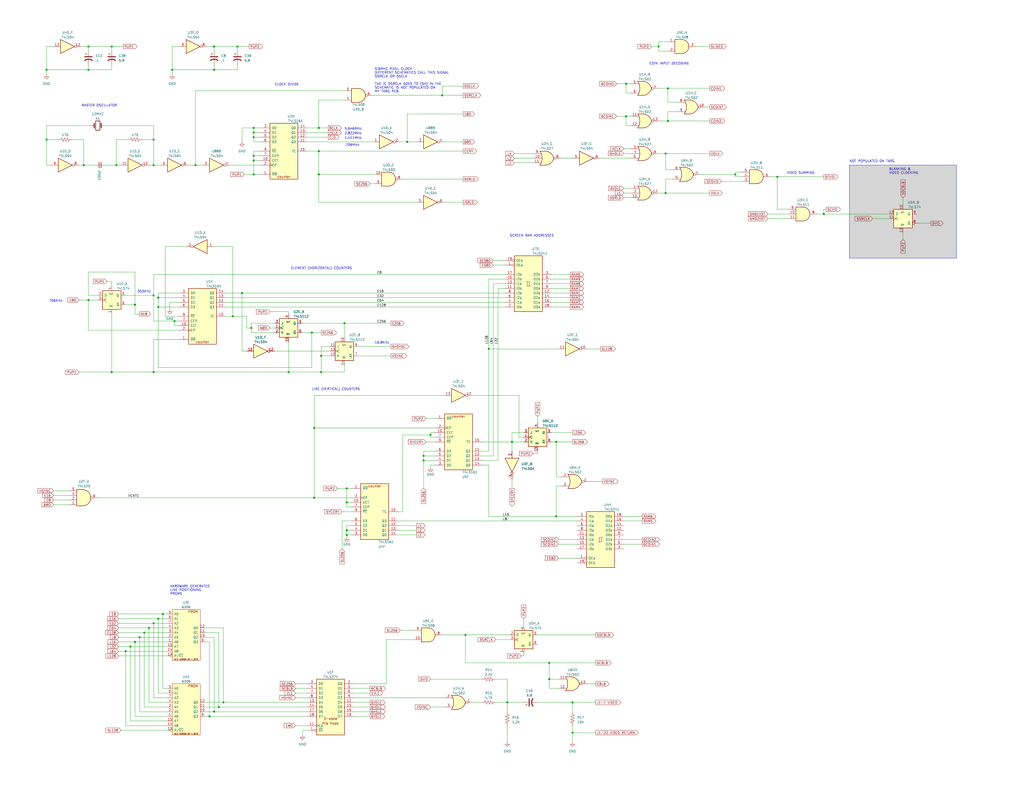
<source format=kicad_sch>
(kicad_sch (version 20231120) (generator "eeschema") (generator_version "8.0")
  (paper "C")
  (title_block (title "Exidy Universal Game Board II") (company "Anton Gale"))
  (junction (at 48.26 163.83))
  (junction (at 138.43 85.09))
  (junction (at 266.7 190.5))
  (junction (at 86.36 337.82))
  (junction (at 173.99 69.85))
  (junction (at 78.74 345.44))
  (junction (at 303.53 241.3))
  (junction (at 81.28 342.9))
  (junction (at 116.84 25.4))
  (junction (at 116.84 388.62))
  (junction (at 170.18 181.61))
  (junction (at 114.3 391.16))
  (junction (at 48.26 38.1))
  (junction (at 132.08 160.02))
  (junction (at 106.68 90.17))
  (junction (at 299.72 361.95))
  (junction (at 175.26 203.2))
  (junction (at 88.9 335.28))
  (junction (at 254 346.71))
  (junction (at 127 172.72))
  (junction (at 137.16 179.07))
  (junction (at 364.49 66.04))
  (junction (at 25.4 38.1))
  (junction (at 341.63 63.5))
  (junction (at 449.58 116.84))
  (junction (at 231.14 248.92))
  (junction (at 359.41 25.4))
  (junction (at 138.43 69.85))
  (junction (at 363.22 105.41))
  (junction (at 299.72 370.84))
  (junction (at 138.43 95.25))
  (junction (at 86.36 162.56))
  (junction (at 95.25 175.26))
  (junction (at 138.43 87.63))
  (junction (at 234.95 237.49))
  (junction (at 25.4 76.2))
  (junction (at 83.82 161.29))
  (junction (at 303.53 281.94))
  (junction (at 86.36 167.64))
  (junction (at 83.82 90.17))
  (junction (at 48.26 25.4))
  (junction (at 71.12 353.06))
  (junction (at 241.3 52.07))
  (junction (at 401.32 95.25))
  (junction (at 157.48 203.2))
  (junction (at 93.98 38.1))
  (junction (at 83.82 340.36))
  (junction (at 341.63 45.72))
  (junction (at 364.49 48.26))
  (junction (at 171.45 233.68))
  (junction (at 68.58 355.6))
  (junction (at 83.82 76.2))
  (junction (at 175.26 194.31))
  (junction (at 60.96 203.2))
  (junction (at 187.96 176.53))
  (junction (at 424.18 96.52))
  (junction (at 189.23 266.7))
  (junction (at 171.45 271.78))
  (junction (at 231.14 251.46))
  (junction (at 60.96 25.4))
  (junction (at 312.42 400.05))
  (junction (at 173.99 82.55))
  (junction (at 189.23 292.1))
  (junction (at 363.22 83.82))
  (junction (at 73.66 350.52))
  (junction (at 312.42 383.54))
  (junction (at 189.23 289.56))
  (junction (at 63.5 90.17))
  (junction (at 222.25 77.47))
  (junction (at 119.38 386.08))
  (junction (at 279.4 241.3))
  (junction (at 45.72 90.17))
  (junction (at 276.86 383.54))
  (junction (at 121.92 383.54))
  (junction (at 138.43 72.39))
  (junction (at 129.54 25.4))
  (junction (at 73.66 166.37))
  (junction (at 116.84 38.1))
  (junction (at 173.99 95.25))
  (junction (at 138.43 74.93))
  (junction (at 83.82 203.2))
  (junction (at 189.23 274.32))
  (junction (at 76.2 347.98))
  (wire (pts (xy 303.53 241.3) (xy 312.42 241.3)))
  (wire (pts (xy 53.34 271.78) (xy 171.45 271.78)))
  (wire (pts (xy 320.04 373.38) (xy 325.12 373.38)))
  (wire (pts (xy 210.82 349.25) (xy 226.06 349.25)))
  (wire (pts (xy 138.43 87.63) (xy 138.43 85.09)))
  (wire (pts (xy 138.43 69.85) (xy 142.24 69.85)))
  (wire (pts (xy 300.99 162.56) (xy 311.15 162.56)))
  (wire (pts (xy 111.76 386.08) (xy 119.38 386.08)))
  (wire (pts (xy 91.44 378.46) (xy 86.36 378.46)))
  (wire (pts (xy 242.57 77.47) (xy 252.73 77.47)))
  (wire (pts (xy 48.26 38.1) (xy 60.96 38.1)))
  (wire (pts (xy 364.49 48.26) (xy 364.49 55.88)))
  (wire (pts (xy 300.99 154.94) (xy 311.15 154.94)))
  (wire (pts (xy 125.73 90.17) (xy 142.24 90.17)))
  (wire (pts (xy 193.04 378.46) (xy 201.93 378.46)))
  (wire (pts (xy 43.18 90.17) (xy 45.72 90.17)))
  (wire (pts (xy 134.62 172.72) (xy 127 172.72)))
  (wire (pts (xy 68.58 166.37) (xy 73.66 166.37)))
  (wire (pts (xy 175.26 189.23) (xy 175.26 194.31)))
  (wire (pts (xy 83.82 76.2) (xy 77.47 76.2)))
  (wire (pts (xy 73.66 350.52) (xy 91.44 350.52)))
  (wire (pts (xy 48.26 148.59) (xy 48.26 161.29)))
  (wire (pts (xy 492.76 130.81) (xy 492.76 127)))
  (wire (pts (xy 83.82 381) (xy 83.82 340.36)))
  (wire (pts (xy 165.1 398.78) (xy 165.1 401.32)))
  (wire (pts (xy 364.49 55.88) (xy 369.57 55.88)))
  (wire (pts (xy 167.64 69.85) (xy 173.99 69.85)))
  (wire (pts (xy 91.44 391.16) (xy 73.66 391.16)))
  (wire (pts (xy 116.84 25.4) (xy 116.84 27.94)))
  (wire (pts (xy 171.45 233.68) (xy 171.45 271.78)))
  (wire (pts (xy 355.6 25.4) (xy 359.41 25.4)))
  (wire (pts (xy 171.45 215.9) (xy 171.45 233.68)))
  (wire (pts (xy 173.99 110.49) (xy 173.99 95.25)))
  (wire (pts (xy 266.7 190.5) (xy 266.7 246.38)))
  (wire (pts (xy 231.14 251.46) (xy 231.14 248.92)))
  (wire (pts (xy 92.71 165.1) (xy 92.71 168.91)))
  (wire (pts (xy 217.17 287.02) (xy 227.33 287.02)))
  (wire (pts (xy 86.36 160.02) (xy 97.79 160.02)))
  (wire (pts (xy 45.72 90.17) (xy 45.72 76.2)))
  (wire (pts (xy 300.99 160.02) (xy 311.15 160.02)))
  (wire (pts (xy 138.43 77.47) (xy 138.43 74.93)))
  (wire (pts (xy 64.77 350.52) (xy 73.66 350.52)))
  (wire (pts (xy 133.35 95.25) (xy 138.43 95.25)))
  (wire (pts (xy 234.95 254) (xy 237.49 254)))
  (wire (pts (xy 359.41 48.26) (xy 364.49 48.26)))
  (wire (pts (xy 114.3 391.16) (xy 167.64 391.16)))
  (wire (pts (xy 111.76 391.16) (xy 114.3 391.16)))
  (wire (pts (xy 341.63 63.5) (xy 336.55 63.5)))
  (wire (pts (xy 88.9 335.28) (xy 91.44 335.28)))
  (wire (pts (xy 379.73 25.4) (xy 387.35 25.4)))
  (wire (pts (xy 64.77 358.14) (xy 91.44 358.14)))
  (wire (pts (xy 91.44 393.7) (xy 71.12 393.7)))
  (wire (pts (xy 64.77 345.44) (xy 78.74 345.44)))
  (wire (pts (xy 195.58 194.31) (xy 213.36 194.31)))
  (wire (pts (xy 83.82 185.42) (xy 97.79 185.42)))
  (wire (pts (xy 290.83 88.9) (xy 280.67 88.9)))
  (wire (pts (xy 242.57 386.08) (xy 234.95 386.08)))
  (wire (pts (xy 123.19 165.1) (xy 275.59 165.1)))
  (wire (pts (xy 86.36 337.82) (xy 91.44 337.82)))
  (wire (pts (xy 132.08 69.85) (xy 138.43 69.85)))
  (wire (pts (xy 210.82 373.38) (xy 210.82 349.25)))
  (wire (pts (xy 138.43 95.25) (xy 138.43 87.63)))
  (wire (pts (xy 363.22 92.71) (xy 363.22 83.82)))
  (wire (pts (xy 186.69 284.48) (xy 191.77 284.48)))
  (wire (pts (xy 299.72 370.84) (xy 304.8 370.84)))
  (wire (pts (xy 93.98 38.1) (xy 93.98 40.64)))
  (wire (pts (xy 187.96 176.53) (xy 187.96 184.15)))
  (wire (pts (xy 359.41 83.82) (xy 363.22 83.82)))
  (wire (pts (xy 344.17 45.72) (xy 341.63 45.72)))
  (wire (pts (xy 173.99 54.61) (xy 173.99 69.85)))
  (wire (pts (xy 445.77 116.84) (xy 449.58 116.84)))
  (wire (pts (xy 271.78 157.48) (xy 271.78 251.46)))
  (wire (pts (xy 91.44 398.78) (xy 66.04 398.78)))
  (wire (pts (xy 189.23 274.32) (xy 189.23 266.7)))
  (wire (pts (xy 340.36 81.28) (xy 344.17 81.28)))
  (wire (pts (xy 266.7 281.94) (xy 266.7 254)))
  (wire (pts (xy 283.21 238.76) (xy 283.21 215.9)))
  (wire (pts (xy 269.24 248.92) (xy 262.89 248.92)))
  (wire (pts (xy 60.96 25.4) (xy 67.31 25.4)))
  (wire (pts (xy 57.15 68.58) (xy 83.82 68.58)))
  (wire (pts (xy 81.28 342.9) (xy 91.44 342.9)))
  (wire (pts (xy 285.75 341.63) (xy 285.75 337.82)))
  (wire (pts (xy 203.2 52.07) (xy 241.3 52.07)))
  (wire (pts (xy 367.03 97.79) (xy 363.22 97.79)))
  (wire (pts (xy 237.49 236.22) (xy 234.95 236.22)))
  (wire (pts (xy 76.2 347.98) (xy 91.44 347.98)))
  (wire (pts (xy 430.53 119.38) (xy 419.1 119.38)))
  (wire (pts (xy 232.41 228.6) (xy 237.49 228.6)))
  (wire (pts (xy 25.4 38.1) (xy 48.26 38.1)))
  (wire (pts (xy 276.86 370.84) (xy 270.51 370.84)))
  (wire (pts (xy 90.17 134.62) (xy 101.6 134.62)))
  (wire (pts (xy 285.75 356.87) (xy 285.75 358.14)))
  (wire (pts (xy 142.24 95.25) (xy 138.43 95.25)))
  (wire (pts (xy 167.64 375.92) (xy 161.29 375.92)))
  (wire (pts (xy 167.64 82.55) (xy 173.99 82.55)))
  (wire (pts (xy 424.18 96.52) (xy 449.58 96.52)))
  (wire (pts (xy 312.42 388.62) (xy 312.42 383.54)))
  (wire (pts (xy 116.84 347.98) (xy 116.84 388.62)))
  (wire (pts (xy 254 361.95) (xy 299.72 361.95)))
  (wire (pts (xy 134.62 191.77) (xy 132.08 191.77)))
  (wire (pts (xy 173.99 95.25) (xy 204.47 95.25)))
  (wire (pts (xy 222.25 77.47) (xy 227.33 77.47)))
  (wire (pts (xy 290.83 86.36) (xy 280.67 86.36)))
  (wire (pts (xy 76.2 171.45) (xy 73.66 171.45)))
  (wire (pts (xy 63.5 76.2) (xy 69.85 76.2)))
  (wire (pts (xy 341.63 45.72) (xy 336.55 45.72)))
  (wire (pts (xy 420.37 96.52) (xy 424.18 96.52)))
  (wire (pts (xy 234.95 254) (xy 234.95 255.27)))
  (wire (pts (xy 300.99 152.4) (xy 311.15 152.4)))
  (wire (pts (xy 48.26 163.83) (xy 48.26 180.34)))
  (wire (pts (xy 43.18 203.2) (xy 60.96 203.2)))
  (wire (pts (xy 167.64 74.93) (xy 179.07 74.93)))
  (wire (pts (xy 138.43 85.09) (xy 142.24 85.09)))
  (wire (pts (xy 83.82 149.86) (xy 275.59 149.86)))
  (wire (pts (xy 165.1 181.61) (xy 170.18 181.61)))
  (wire (pts (xy 64.77 353.06) (xy 71.12 353.06)))
  (wire (pts (xy 364.49 66.04) (xy 387.35 66.04)))
  (wire (pts (xy 327.66 86.36) (xy 344.17 86.36)))
  (wire (pts (xy 234.95 370.84) (xy 262.89 370.84)))
  (wire (pts (xy 138.43 82.55) (xy 138.43 85.09)))
  (wire (pts (xy 167.64 77.47) (xy 203.2 77.47)))
  (wire (pts (xy 127 134.62) (xy 116.84 134.62)))
  (wire (pts (xy 142.24 77.47) (xy 138.43 77.47)))
  (wire (pts (xy 86.36 162.56) (xy 97.79 162.56)))
  (wire (pts (xy 138.43 74.93) (xy 138.43 72.39)))
  (wire (pts (xy 271.78 157.48) (xy 275.59 157.48)))
  (wire (pts (xy 234.95 238.76) (xy 237.49 238.76)))
  (wire (pts (xy 340.36 281.94) (xy 350.52 281.94)))
  (wire (pts (xy 129.54 25.4) (xy 129.54 27.94)))
  (wire (pts (xy 382.27 95.25) (xy 401.32 95.25)))
  (wire (pts (xy 341.63 50.8) (xy 341.63 45.72)))
  (wire (pts (xy 195.58 189.23) (xy 213.36 189.23)))
  (wire (pts (xy 81.28 383.54) (xy 81.28 342.9)))
  (wire (pts (xy 266.7 254) (xy 262.89 254)))
  (wire (pts (xy 279.4 236.22) (xy 279.4 241.3)))
  (wire (pts (xy 97.79 172.72) (xy 90.17 172.72)))
  (wire (pts (xy 167.64 72.39) (xy 179.07 72.39)))
  (wire (pts (xy 48.26 25.4) (xy 48.26 27.94)))
  (wire (pts (xy 340.36 105.41) (xy 344.17 105.41)))
  (wire (pts (xy 78.74 345.44) (xy 91.44 345.44)))
  (wire (pts (xy 306.07 86.36) (xy 312.42 86.36)))
  (wire (pts (xy 68.58 396.24) (xy 68.58 355.6)))
  (wire (pts (xy 276.86 383.54) (xy 276.86 370.84)))
  (wire (pts (xy 405.13 96.52) (xy 401.32 96.52)))
  (wire (pts (xy 173.99 69.85) (xy 179.07 69.85)))
  (wire (pts (xy 449.58 114.3) (xy 449.58 116.84)))
  (wire (pts (xy 25.4 76.2) (xy 31.75 76.2)))
  (wire (pts (xy 193.04 391.16) (xy 201.93 391.16)))
  (wire (pts (xy 111.76 383.54) (xy 121.92 383.54)))
  (wire (pts (xy 231.14 251.46) (xy 231.14 266.7)))
  (wire (pts (xy 262.89 251.46) (xy 271.78 251.46)))
  (wire (pts (xy 43.18 163.83) (xy 48.26 163.83)))
  (wire (pts (xy 127 172.72) (xy 123.19 172.72)))
  (wire (pts (xy 73.66 148.59) (xy 48.26 148.59)))
  (wire (pts (xy 173.99 110.49) (xy 227.33 110.49)))
  (wire (pts (xy 234.95 236.22) (xy 234.95 237.49)))
  (wire (pts (xy 401.32 96.52) (xy 401.32 95.25)))
  (wire (pts (xy 312.42 400.05) (xy 312.42 405.13)))
  (wire (pts (xy 57.15 90.17) (xy 63.5 90.17)))
  (wire (pts (xy 300.99 149.86) (xy 311.15 149.86)))
  (wire (pts (xy 165.1 176.53) (xy 187.96 176.53)))
  (wire (pts (xy 312.42 383.54) (xy 325.12 383.54)))
  (wire (pts (xy 299.72 375.92) (xy 299.72 370.84)))
  (wire (pts (xy 119.38 386.08) (xy 167.64 386.08)))
  (wire (pts (xy 344.17 50.8) (xy 341.63 50.8)))
  (wire (pts (xy 111.76 347.98) (xy 116.84 347.98)))
  (wire (pts (xy 276.86 388.62) (xy 276.86 383.54)))
  (wire (pts (xy 300.99 157.48) (xy 311.15 157.48)))
  (wire (pts (xy 121.92 342.9) (xy 121.92 383.54)))
  (wire (pts (xy 189.23 276.86) (xy 189.23 274.32)))
  (wire (pts (xy 234.95 237.49) (xy 234.95 238.76)))
  (wire (pts (xy 167.64 373.38) (xy 161.29 373.38)))
  (wire (pts (xy 102.87 90.17) (xy 106.68 90.17)))
  (wire (pts (xy 25.4 90.17) (xy 25.4 76.2)))
  (wire (pts (xy 64.77 342.9) (xy 81.28 342.9)))
  (wire (pts (xy 83.82 90.17) (xy 87.63 90.17)))
  (wire (pts (xy 106.68 90.17) (xy 106.68 49.53)))
  (wire (pts (xy 129.54 35.56) (xy 129.54 38.1)))
  (wire (pts (xy 170.18 181.61) (xy 170.18 200.66)))
  (wire (pts (xy 275.59 152.4) (xy 266.7 152.4)))
  (wire (pts (xy 111.76 345.44) (xy 119.38 345.44)))
  (wire (pts (xy 60.96 203.2) (xy 83.82 203.2)))
  (wire (pts (xy 252.73 46.99) (xy 241.3 46.99)))
  (wire (pts (xy 314.96 297.18) (xy 304.8 297.18)))
  (wire (pts (xy 147.32 179.07) (xy 149.86 179.07)))
  (wire (pts (xy 134.62 179.07) (xy 137.16 179.07)))
  (wire (pts (xy 71.12 353.06) (xy 91.44 353.06)))
  (wire (pts (xy 63.5 90.17) (xy 66.04 90.17)))
  (wire (pts (xy 193.04 386.08) (xy 201.93 386.08)))
  (wire (pts (xy 303.53 265.43) (xy 303.53 281.94)))
  (wire (pts (xy 276.86 396.24) (xy 276.86 405.13)))
  (wire (pts (xy 344.17 68.58) (xy 341.63 68.58)))
  (wire (pts (xy 97.79 180.34) (xy 48.26 180.34)))
  (wire (pts (xy 217.17 284.48) (xy 314.96 284.48)))
  (wire (pts (xy 95.25 177.8) (xy 95.25 175.26)))
  (wire (pts (xy 64.77 355.6) (xy 68.58 355.6)))
  (wire (pts (xy 91.44 386.08) (xy 78.74 386.08)))
  (wire (pts (xy 29.21 275.59) (xy 38.1 275.59)))
  (wire (pts (xy 284.48 358.14) (xy 285.75 358.14)))
  (wire (pts (xy 430.53 114.3) (xy 424.18 114.3)))
  (wire (pts (xy 290.83 247.65) (xy 293.37 247.65)))
  (wire (pts (xy 193.04 388.62) (xy 201.93 388.62)))
  (wire (pts (xy 83.82 175.26) (xy 95.25 175.26)))
  (wire (pts (xy 405.13 93.98) (xy 401.32 93.98)))
  (wire (pts (xy 340.36 294.64) (xy 350.52 294.64)))
  (wire (pts (xy 364.49 66.04) (xy 364.49 60.96)))
  (wire (pts (xy 189.23 292.1) (xy 189.23 293.37)))
  (wire (pts (xy 241.3 346.71) (xy 254 346.71)))
  (wire (pts (xy 430.53 116.84) (xy 419.1 116.84)))
  (wire (pts (xy 44.45 25.4) (xy 48.26 25.4)))
  (wire (pts (xy 49.53 68.58) (xy 25.4 68.58)))
  (wire (pts (xy 344.17 63.5) (xy 341.63 63.5)))
  (wire (pts (xy 173.99 95.25) (xy 173.99 82.55)))
  (wire (pts (xy 64.77 340.36) (xy 83.82 340.36)))
  (wire (pts (xy 132.08 191.77) (xy 132.08 160.02)))
  (wire (pts (xy 78.74 386.08) (xy 78.74 345.44)))
  (wire (pts (xy 48.26 163.83) (xy 53.34 163.83)))
  (wire (pts (xy 219.71 279.4) (xy 217.17 279.4)))
  (wire (pts (xy 285.75 238.76) (xy 283.21 238.76)))
  (wire (pts (xy 68.58 355.6) (xy 91.44 355.6)))
  (wire (pts (xy 405.13 99.06) (xy 393.7 99.06)))
  (wire (pts (xy 83.82 76.2) (xy 83.82 68.58)))
  (wire (pts (xy 242.57 110.49) (xy 252.73 110.49)))
  (wire (pts (xy 106.68 90.17) (xy 110.49 90.17)))
  (wire (pts (xy 132.08 160.02) (xy 123.19 160.02)))
  (wire (pts (xy 234.95 237.49) (xy 219.71 237.49)))
  (wire (pts (xy 121.92 383.54) (xy 167.64 383.54)))
  (wire (pts (xy 359.41 27.94) (xy 359.41 25.4)))
  (wire (pts (xy 167.64 396.24) (xy 161.29 396.24)))
  (wire (pts (xy 25.4 38.1) (xy 25.4 40.64)))
  (wire (pts (xy 219.71 237.49) (xy 219.71 279.4)))
  (wire (pts (xy 269.24 144.78) (xy 275.59 144.78)))
  (wire (pts (xy 293.37 231.14) (xy 293.37 227.33)))
  (wire (pts (xy 116.84 388.62) (xy 167.64 388.62)))
  (wire (pts (xy 86.36 200.66) (xy 86.36 167.64)))
  (wire (pts (xy 88.9 375.92) (xy 88.9 335.28)))
  (wire (pts (xy 359.41 22.86) (xy 364.49 22.86)))
  (wire (pts (xy 340.36 297.18) (xy 350.52 297.18)))
  (wire (pts (xy 363.22 105.41) (xy 387.35 105.41)))
  (wire (pts (xy 340.36 102.87) (xy 344.17 102.87)))
  (wire (pts (xy 86.36 167.64) (xy 97.79 167.64)))
  (wire (pts (xy 275.59 154.94) (xy 269.24 154.94)))
  (wire (pts (xy 187.96 54.61) (xy 173.99 54.61)))
  (wire (pts (xy 149.86 191.77) (xy 180.34 191.77)))
  (wire (pts (xy 175.26 203.2) (xy 187.96 203.2)))
  (wire (pts (xy 300.99 167.64) (xy 311.15 167.64)))
  (wire (pts (xy 293.37 346.71) (xy 325.12 346.71)))
  (wire (pts (xy 279.4 236.22) (xy 285.75 236.22)))
  (wire (pts (xy 175.26 194.31) (xy 180.34 194.31)))
  (wire (pts (xy 269.24 154.94) (xy 269.24 248.92)))
  (wire (pts (xy 142.24 82.55) (xy 138.43 82.55)))
  (wire (pts (xy 254 346.71) (xy 254 361.95)))
  (wire (pts (xy 232.41 241.3) (xy 237.49 241.3)))
  (wire (pts (xy 364.49 60.96) (xy 369.57 60.96)))
  (wire (pts (xy 278.13 349.25) (xy 270.51 349.25)))
  (wire (pts (xy 111.76 350.52) (xy 114.3 350.52)))
  (wire (pts (xy 134.62 179.07) (xy 134.62 172.72)))
  (wire (pts (xy 189.23 292.1) (xy 191.77 292.1)))
  (wire (pts (xy 29.21 273.05) (xy 38.1 273.05)))
  (wire (pts (xy 92.71 165.1) (xy 97.79 165.1)))
  (wire (pts (xy 137.16 176.53) (xy 149.86 176.53)))
  (wire (pts (xy 254 346.71) (xy 278.13 346.71)))
  (wire (pts (xy 83.82 340.36) (xy 91.44 340.36)))
  (wire (pts (xy 45.72 76.2) (xy 39.37 76.2)))
  (wire (pts (xy 157.48 170.18) (xy 157.48 171.45)))
  (wire (pts (xy 257.81 383.54) (xy 262.89 383.54)))
  (wire (pts (xy 226.06 344.17) (xy 218.44 344.17)))
  (wire (pts (xy 71.12 393.7) (xy 71.12 353.06)))
  (wire (pts (xy 114.3 350.52) (xy 114.3 391.16)))
  (wire (pts (xy 193.04 373.38) (xy 210.82 373.38)))
  (wire (pts (xy 76.2 388.62) (xy 76.2 347.98)))
  (wire (pts (xy 180.34 189.23) (xy 175.26 189.23)))
  (wire (pts (xy 91.44 383.54) (xy 81.28 383.54)))
  (wire (pts (xy 266.7 152.4) (xy 266.7 190.5)))
  (wire (pts (xy 138.43 87.63) (xy 142.24 87.63)))
  (wire (pts (xy 299.72 361.95) (xy 325.12 361.95)))
  (wire (pts (xy 138.43 72.39) (xy 142.24 72.39)))
  (wire (pts (xy 189.23 266.7) (xy 191.77 266.7)))
  (wire (pts (xy 91.44 375.92) (xy 88.9 375.92)))
  (wire (pts (xy 83.82 203.2) (xy 83.82 185.42)))
  (wire (pts (xy 83.82 161.29) (xy 83.82 175.26)))
  (wire (pts (xy 266.7 246.38) (xy 262.89 246.38)))
  (wire (pts (xy 157.48 203.2) (xy 175.26 203.2)))
  (wire (pts (xy 231.14 246.38) (xy 237.49 246.38)))
  (wire (pts (xy 138.43 74.93) (xy 142.24 74.93)))
  (wire (pts (xy 321.31 262.89) (xy 328.93 262.89)))
  (wire (pts (xy 241.3 52.07) (xy 252.73 52.07)))
  (wire (pts (xy 60.96 25.4) (xy 60.96 27.94)))
  (wire (pts (xy 191.77 287.02) (xy 189.23 287.02)))
  (wire (pts (xy 262.89 241.3) (xy 279.4 241.3)))
  (wire (pts (xy 91.44 381) (xy 83.82 381)))
  (wire (pts (xy 303.53 281.94) (xy 314.96 281.94)))
  (wire (pts (xy 60.96 156.21) (xy 60.96 153.67)))
  (wire (pts (xy 476.25 119.38) (xy 485.14 119.38)))
  (wire (pts (xy 449.58 116.84) (xy 485.14 116.84)))
  (wire (pts (xy 95.25 175.26) (xy 97.79 175.26)))
  (wire (pts (xy 359.41 66.04) (xy 364.49 66.04)))
  (wire (pts (xy 364.49 48.26) (xy 387.35 48.26)))
  (wire (pts (xy 73.66 171.45) (xy 73.66 166.37)))
  (wire (pts (xy 29.21 267.97) (xy 38.1 267.97)))
  (wire (pts (xy 45.72 90.17) (xy 52.07 90.17)))
  (wire (pts (xy 218.44 77.47) (xy 222.25 77.47)))
  (wire (pts (xy 116.84 35.56) (xy 116.84 38.1)))
  (wire (pts (xy 193.04 375.92) (xy 201.93 375.92)))
  (wire (pts (xy 173.99 82.55) (xy 252.73 82.55)))
  (wire (pts (xy 241.3 46.99) (xy 241.3 52.07)))
  (wire (pts (xy 279.4 261.62) (xy 279.4 266.7)))
  (wire (pts (xy 187.96 203.2) (xy 187.96 199.39)))
  (wire (pts (xy 500.38 121.92) (xy 508 121.92)))
  (wire (pts (xy 83.82 90.17) (xy 83.82 76.2)))
  (wire (pts (xy 266.7 190.5) (xy 304.8 190.5)))
  (wire (pts (xy 127 172.72) (xy 127 134.62)))
  (wire (pts (xy 384.81 58.42) (xy 387.35 58.42)))
  (wire (pts (xy 132.08 160.02) (xy 275.59 160.02)))
  (wire (pts (xy 189.23 287.02) (xy 189.23 289.56)))
  (wire (pts (xy 60.96 35.56) (xy 60.96 38.1)))
  (wire (pts (xy 137.16 181.61) (xy 137.16 179.07)))
  (wire (pts (xy 231.14 248.92) (xy 231.14 246.38)))
  (wire (pts (xy 91.44 396.24) (xy 68.58 396.24)))
  (wire (pts (xy 266.7 281.94) (xy 303.53 281.94)))
  (wire (pts (xy 123.19 162.56) (xy 275.59 162.56)))
  (wire (pts (xy 242.57 215.9) (xy 171.45 215.9)))
  (wire (pts (xy 90.17 134.62) (xy 90.17 172.72)))
  (wire (pts (xy 147.32 170.18) (xy 157.48 170.18)))
  (wire (pts (xy 83.82 203.2) (xy 157.48 203.2)))
  (wire (pts (xy 25.4 25.4) (xy 25.4 38.1)))
  (wire (pts (xy 138.43 72.39) (xy 138.43 69.85)))
  (wire (pts (xy 187.96 176.53) (xy 213.36 176.53)))
  (wire (pts (xy 306.07 260.35) (xy 303.53 260.35)))
  (wire (pts (xy 129.54 38.1) (xy 116.84 38.1)))
  (wire (pts (xy 113.03 25.4) (xy 116.84 25.4)))
  (wire (pts (xy 93.98 25.4) (xy 93.98 38.1)))
  (wire (pts (xy 86.36 162.56) (xy 86.36 160.02)))
  (wire (pts (xy 129.54 25.4) (xy 135.89 25.4)))
  (wire (pts (xy 119.38 345.44) (xy 119.38 386.08)))
  (wire (pts (xy 81.28 90.17) (xy 83.82 90.17)))
  (wire (pts (xy 270.51 383.54) (xy 276.86 383.54)))
  (wire (pts (xy 64.77 337.82) (xy 86.36 337.82)))
  (wire (pts (xy 137.16 179.07) (xy 137.16 176.53)))
  (wire (pts (xy 363.22 83.82) (xy 387.35 83.82)))
  (wire (pts (xy 186.69 279.4) (xy 191.77 279.4)))
  (wire (pts (xy 53.34 161.29) (xy 48.26 161.29)))
  (wire (pts (xy 300.99 236.22) (xy 312.42 236.22)))
  (wire (pts (xy 191.77 274.32) (xy 189.23 274.32)))
  (wire (pts (xy 363.22 97.79) (xy 363.22 105.41)))
  (wire (pts (xy 300.99 241.3) (xy 303.53 241.3)))
  (wire (pts (xy 367.03 92.71) (xy 363.22 92.71)))
  (wire (pts (xy 222.25 77.47) (xy 222.25 62.23)))
  (wire (pts (xy 73.66 391.16) (xy 73.66 350.52)))
  (wire (pts (xy 231.14 248.92) (xy 237.49 248.92)))
  (wire (pts (xy 73.66 166.37) (xy 73.66 148.59)))
  (wire (pts (xy 303.53 260.35) (xy 303.53 241.3)))
  (wire (pts (xy 219.71 97.79) (xy 252.73 97.79)))
  (wire (pts (xy 91.44 388.62) (xy 76.2 388.62)))
  (wire (pts (xy 132.08 69.85) (xy 132.08 77.47)))
  (wire (pts (xy 171.45 271.78) (xy 191.77 271.78)))
  (wire (pts (xy 170.18 181.61) (xy 175.26 181.61)))
  (wire (pts (xy 276.86 383.54) (xy 285.75 383.54)))
  (wire (pts (xy 300.99 165.1) (xy 311.15 165.1)))
  (wire (pts (xy 359.41 25.4) (xy 359.41 22.86)))
  (wire (pts (xy 201.93 100.33) (xy 204.47 100.33)))
  (wire (pts (xy 186.69 284.48) (xy 186.69 299.72)))
  (wire (pts (xy 97.79 177.8) (xy 95.25 177.8)))
  (wire (pts (xy 86.36 167.64) (xy 86.36 162.56)))
  (wire (pts (xy 157.48 203.2) (xy 157.48 186.69)))
  (wire (pts (xy 167.64 381) (xy 161.29 381)))
  (wire (pts (xy 217.17 292.1) (xy 227.33 292.1)))
  (wire (pts (xy 320.04 190.5) (xy 327.66 190.5)))
  (wire (pts (xy 111.76 388.62) (xy 116.84 388.62)))
  (wire (pts (xy 86.36 378.46) (xy 86.36 337.82)))
  (wire (pts (xy 58.42 153.67) (xy 60.96 153.67)))
  (wire (pts (xy 48.26 25.4) (xy 60.96 25.4)))
  (wire (pts (xy 299.72 370.84) (xy 299.72 361.95)))
  (wire (pts (xy 64.77 335.28) (xy 88.9 335.28)))
  (wire (pts (xy 193.04 383.54) (xy 201.93 383.54)))
  (wire (pts (xy 341.63 68.58) (xy 341.63 63.5)))
  (wire (pts (xy 116.84 38.1) (xy 93.98 38.1)))
  (wire (pts (xy 167.64 378.46) (xy 161.29 378.46)))
  (wire (pts (xy 25.4 68.58) (xy 25.4 76.2)))
  (wire (pts (xy 401.32 93.98) (xy 401.32 95.25)))
  (wire (pts (xy 312.42 400.05) (xy 325.12 400.05)))
  (wire (pts (xy 123.19 167.64) (xy 275.59 167.64)))
  (wire (pts (xy 269.24 142.24) (xy 275.59 142.24)))
  (wire (pts (xy 83.82 161.29) (xy 83.82 149.86)))
  (wire (pts (xy 189.23 289.56) (xy 189.23 292.1)))
  (wire (pts (xy 279.4 241.3) (xy 279.4 246.38)))
  (wire (pts (xy 304.8 375.92) (xy 299.72 375.92)))
  (wire (pts (xy 364.49 27.94) (xy 359.41 27.94)))
  (wire (pts (xy 450.85 114.3) (xy 449.58 114.3)))
  (wire (pts (xy 189.23 289.56) (xy 191.77 289.56)))
  (wire (pts (xy 64.77 347.98) (xy 76.2 347.98)))
  (wire (pts (xy 97.79 25.4) (xy 93.98 25.4)))
  (wire (pts (xy 424.18 114.3) (xy 424.18 96.52)))
  (wire (pts (xy 340.36 284.48) (xy 350.52 284.48)))
  (wire (pts (xy 175.26 194.31) (xy 175.26 203.2)))
  (wire (pts (xy 27.94 90.17) (xy 25.4 90.17)))
  (wire (pts (xy 63.5 90.17) (xy 63.5 76.2)))
  (wire (pts (xy 167.64 398.78) (xy 165.1 398.78)))
  (wire (pts (xy 191.77 276.86) (xy 189.23 276.86)))
  (wire (pts (xy 217.17 289.56) (xy 227.33 289.56)))
  (wire (pts (xy 29.21 25.4) (xy 25.4 25.4)))
  (wire (pts (xy 283.21 215.9) (xy 257.81 215.9)))
  (wire (pts (xy 340.36 107.95) (xy 344.17 107.95)))
  (wire (pts (xy 312.42 400.05) (xy 312.42 396.24)))
  (wire (pts (xy 60.96 171.45) (xy 60.96 203.2)))
  (wire (pts (xy 237.49 233.68) (xy 171.45 233.68)))
  (wire (pts (xy 340.36 83.82) (xy 344.17 83.82)))
  (wire (pts (xy 170.18 200.66) (xy 86.36 200.66)))
  (wire (pts (xy 314.96 294.64) (xy 304.8 294.64)))
  (wire (pts (xy 111.76 342.9) (xy 121.92 342.9)))
  (wire (pts (xy 106.68 49.53) (xy 187.96 49.53)))
  (wire (pts (xy 149.86 181.61) (xy 137.16 181.61)))
  (wire (pts (xy 222.25 62.23) (xy 252.73 62.23)))
  (wire (pts (xy 116.84 25.4) (xy 129.54 25.4)))
  (wire (pts (xy 359.41 105.41) (xy 363.22 105.41)))
  (wire (pts (xy 68.58 161.29) (xy 83.82 161.29)))
  (wire (pts (xy 293.37 247.65) (xy 293.37 246.38)))
  (wire (pts (xy 290.83 83.82) (xy 280.67 83.82)))
  (wire (pts (xy 184.15 266.7) (xy 189.23 266.7)))
  (wire (pts (xy 29.21 270.51) (xy 38.1 270.51)))
  (wire (pts (xy 193.04 381) (xy 242.57 381)))
  (wire (pts (xy 285.75 241.3) (xy 279.4 241.3)))
  (wire (pts (xy 314.96 304.8) (xy 304.8 304.8)))
  (wire (pts (xy 48.26 35.56) (xy 48.26 38.1)))
  (wire (pts (xy 306.07 265.43) (xy 303.53 265.43)))
  (wire (pts (xy 231.14 251.46) (xy 237.49 251.46)))
  (wire (pts (xy 293.37 383.54) (xy 312.42 383.54)))
  (wire (pts (xy 492.76 107.95) (xy 492.76 111.76)))
  (rectangle (start 463.55 90.17) (end 521.97 140.97) (fill (type color) (color 25 25 25 0.18)))
  (text "353KHz" (at 74.93 160.02 0) (effects (font (size 1.27 1.27)) (justify left bottom)))
  (text "BLANKING & \nVIDEO CLOCKING" (at 485.14 95.25 0) (effects (font (size 1.27 1.27)) (justify left bottom)))
  (text "5.6MHZ PIXEL CLOCK\nDIFFERENT SCHEMATICS CALL THIS SIGNAL\n5SRCLK OR 5SCLK\n\nTHE IC 5SRCLK GOES TO (5H) IN THE \nSCHEMATIC IS NOT POPULATED ON \nMY TARG PCB" (at 204.47 50.8 0) (effects (font (size 1.27 1.27)) (justify left bottom)))
  (text "2.822MHz" (at 187.96 73.66 0) (effects (font (size 1.27 1.27)) (justify left bottom)))
  (text ".706MHz" (at 187.96 80.01 0) (effects (font (size 1.27 1.27)) (justify left bottom)))
  (text "HARDWARE GENERATED\nLINE POSITIONING \nPROMS" (at 92.71 325.12 0) (effects (font (size 1.27 1.27)) (justify left bottom)))
  (text "MASTER OSCILLATOR" (at 44.45 58.42 0) (effects (font (size 1.27 1.27)) (justify left bottom)))
  (text "ELEMENT (HORIZONTAL) COUNTERS" (at 158.75 147.32 0) (effects (font (size 1.27 1.27)) (justify left bottom)))
  (text "5.646MHz" (at 187.96 71.12 0) (effects (font (size 1.27 1.27)) (justify left bottom)))
  (text "VIDEO SUMMING" (at 429.26 95.25 0) (effects (font (size 1.27 1.27)) (justify left bottom)))
  (text "16.8KHz" (at 204.47 187.96 0) (effects (font (size 1.27 1.27)) (justify left bottom)))
  (text "706KHz" (at 26.67 165.1 0) (effects (font (size 1.27 1.27)) (justify left bottom)))
  (text "SCREEN RAM ADDRESSES" (at 278.13 129.54 0) (effects (font (size 1.27 1.27)) (justify left bottom)))
  (text "1.411MHz" (at 187.96 76.2 0) (effects (font (size 1.27 1.27)) (justify left bottom)))
  (text "LINE (VERTICAL) COUNTERS" (at 170.18 213.36 0) (effects (font (size 1.27 1.27)) (justify left bottom)))
  (text "NOT POPULATED ON TARG" (at 463.55 88.9 0) (effects (font (size 1.27 1.27)) (justify left bottom)))
  (text "COIN INPUT DECODING" (at 354.33 35.56 0) (effects (font (size 1.27 1.27)) (justify left bottom)))
  (text "CLOCK DIVIDE" (at 149.86 46.99 0) (effects (font (size 1.27 1.27)) (justify left bottom)))
  (label "L64" (at 269.24 187.96 90))
  (label "L32" (at 271.78 187.96 90))
  (label "L8" (at 274.32 284.48 0))
  (label "E256" (at 205.74 176.53 0))
  (label "E128" (at 205.74 167.64 0))
  (label "E8" (at 205.74 149.86 0))
  (label "E64" (at 205.74 165.1 0))
  (label "E16" (at 205.74 160.02 0))
  (label "E32" (at 205.74 162.56 0))
  (label "L16" (at 274.32 281.94 0))
  (label "L128" (at 266.7 187.96 90))
  (label "VCNTC" (at 69.85 271.78 0))
  (global_label "5YCCRY" (shape input) (at 232.41 241.3 180) (property "Intersheetrefs" "${INTERSHEET_REFS}" (effects (hide yes))))
  (global_label "L64" (shape input) (at 64.77 355.6 180) (property "Intersheetrefs" "${INTERSHEET_REFS}" (effects (hide yes))))
  (global_label "5YCCRY" (shape input) (at 186.69 279.4 180) (property "Intersheetrefs" "${INTERSHEET_REFS}" (effects (hide yes))))
  (global_label "5CBLB" (shape output) (at 325.12 361.95 0) (property "Intersheetrefs" "${INTERSHEET_REFS}" (effects (hide yes))))
  (global_label "5SRLD" (shape input) (at 340.36 107.95 180) (property "Intersheetrefs" "${INTERSHEET_REFS}" (effects (hide yes))))
  (global_label "5L256" (shape output) (at 312.42 241.3 0) (property "Intersheetrefs" "${INTERSHEET_REFS}" (effects (hide yes))))
  (global_label "RAM5" (shape output) (at 350.52 284.48 0) (property "Intersheetrefs" "${INTERSHEET_REFS}" (effects (hide yes))))
  (global_label "HCLK" (shape input) (at 340.36 81.28 180) (property "Intersheetrefs" "${INTERSHEET_REFS}" (effects (hide yes))))
  (global_label "PUP2" (shape output) (at 135.89 25.4 0) (property "Intersheetrefs" "${INTERSHEET_REFS}" (effects (hide yes))))
  (global_label "PUP2" (shape input) (at 355.6 25.4 180) (property "Intersheetrefs" "${INTERSHEET_REFS}" (effects (hide yes))))
  (global_label "5COINT" (shape output) (at 387.35 58.42 0) (property "Intersheetrefs" "${INTERSHEET_REFS}" (effects (hide yes))))
  (global_label "L1" (shape input) (at 280.67 88.9 180) (property "Intersheetrefs" "${INTERSHEET_REFS}" (effects (hide yes))))
  (global_label "ESBD" (shape input) (at 304.8 304.8 180) (property "Intersheetrefs" "${INTERSHEET_REFS}" (effects (hide yes))))
  (global_label "RAM3" (shape output) (at 311.15 165.1 0) (property "Intersheetrefs" "${INTERSHEET_REFS}" (effects (hide yes))))
  (global_label "L1" (shape input) (at 340.36 105.41 180) (property "Intersheetrefs" "${INTERSHEET_REFS}" (effects (hide yes))))
  (global_label "L256" (shape output) (at 312.42 236.22 0) (property "Intersheetrefs" "${INTERSHEET_REFS}" (effects (hide yes))))
  (global_label "5M02VDT" (shape input) (at 419.1 119.38 180) (property "Intersheetrefs" "${INTERSHEET_REFS}" (effects (hide yes))))
  (global_label "5DCBLB" (shape input) (at 492.76 107.95 90) (property "Intersheetrefs" "${INTERSHEET_REFS}" (effects (hide yes))))
  (global_label "5COIN2" (shape input) (at 304.8 294.64 180) (property "Intersheetrefs" "${INTERSHEET_REFS}" (effects (hide yes))))
  (global_label "PUP2" (shape input) (at 184.15 266.7 180) (property "Intersheetrefs" "${INTERSHEET_REFS}" (effects (hide yes))))
  (global_label "VSYNC" (shape input) (at 234.95 386.08 180) (property "Intersheetrefs" "${INTERSHEET_REFS}" (effects (hide yes))))
  (global_label "5YCCRY" (shape output) (at 279.4 266.7 270) (property "Intersheetrefs" "${INTERSHEET_REFS}" (effects (hide yes))))
  (global_label "PUP1" (shape output) (at 67.31 25.4 0) (property "Intersheetrefs" "${INTERSHEET_REFS}" (effects (hide yes))))
  (global_label "HSYNC" (shape output) (at 213.36 194.31 0) (property "Intersheetrefs" "${INTERSHEET_REFS}" (effects (hide yes))))
  (global_label "6ΦO" (shape input) (at 29.21 275.59 180) (property "Intersheetrefs" "${INTERSHEET_REFS}" (effects (hide yes))))
  (global_label "RAM8" (shape output) (at 311.15 154.94 0) (property "Intersheetrefs" "${INTERSHEET_REFS}" (effects (hide yes))))
  (global_label "E64" (shape input) (at 64.77 342.9 180) (property "Intersheetrefs" "${INTERSHEET_REFS}" (effects (hide yes))))
  (global_label "6ØO" (shape input) (at 147.32 179.07 180) (property "Intersheetrefs" "${INTERSHEET_REFS}" (effects (hide yes))))
  (global_label "1ØO" (shape output) (at 252.73 62.23 0) (property "Intersheetrefs" "${INTERSHEET_REFS}" (effects (hide yes))))
  (global_label "VDLV" (shape output) (at 387.35 105.41 0) (property "Intersheetrefs" "${INTERSHEET_REFS}" (effects (hide yes))))
  (global_label "6COIN2" (shape input) (at 336.55 45.72 180) (property "Intersheetrefs" "${INTERSHEET_REFS}" (effects (hide yes))))
  (global_label "L128" (shape input) (at 64.77 358.14 180) (property "Intersheetrefs" "${INTERSHEET_REFS}" (effects (hide yes))))
  (global_label "1ΦO" (shape input) (at 43.18 163.83 180) (property "Intersheetrefs" "${INTERSHEET_REFS}" (effects (hide yes))))
  (global_label "RAM7" (shape output) (at 311.15 157.48 0) (property "Intersheetrefs" "${INTERSHEET_REFS}" (effects (hide yes))))
  (global_label "PUP2" (shape input) (at 290.83 247.65 180) (property "Intersheetrefs" "${INTERSHEET_REFS}" (effects (hide yes))))
  (global_label "COIN1" (shape output) (at 387.35 48.26 0) (property "Intersheetrefs" "${INTERSHEET_REFS}" (effects (hide yes))))
  (global_label "DVID" (shape input) (at 234.95 370.84 180) (property "Intersheetrefs" "${INTERSHEET_REFS}" (effects (hide yes))))
  (global_label "BCLK" (shape output) (at 179.07 69.85 0) (property "Intersheetrefs" "${INTERSHEET_REFS}" (effects (hide yes))))
  (global_label "HCLK" (shape output) (at 179.07 72.39 0) (property "Intersheetrefs" "${INTERSHEET_REFS}" (effects (hide yes))))
  (global_label "6HDLE" (shape output) (at 201.93 386.08 0) (property "Intersheetrefs" "${INTERSHEET_REFS}" (effects (hide yes))))
  (global_label "6ØO" (shape output) (at 252.73 77.47 0) (property "Intersheetrefs" "${INTERSHEET_REFS}" (effects (hide yes))))
  (global_label "L16" (shape input) (at 64.77 350.52 180) (property "Intersheetrefs" "${INTERSHEET_REFS}" (effects (hide yes))))
  (global_label "J1-Y VIDEO" (shape output) (at 325.12 383.54 0) (property "Intersheetrefs" "${INTERSHEET_REFS}" (effects (hide yes))))
  (global_label "E256" (shape output) (at 213.36 176.53 0) (property "Intersheetrefs" "${INTERSHEET_REFS}" (effects (hide yes))))
  (global_label "5M01VDT" (shape input) (at 419.1 116.84 180) (property "Intersheetrefs" "${INTERSHEET_REFS}" (effects (hide yes))))
  (global_label "5L256" (shape input) (at 186.69 299.72 270) (property "Intersheetrefs" "${INTERSHEET_REFS}" (effects (hide yes))))
  (global_label "L2" (shape input) (at 280.67 86.36 180) (property "Intersheetrefs" "${INTERSHEET_REFS}" (effects (hide yes))))
  (global_label "VSYNC" (shape output) (at 328.93 262.89 0) (property "Intersheetrefs" "${INTERSHEET_REFS}" (effects (hide yes))))
  (global_label "5CBLB" (shape input) (at 161.29 375.92 180) (property "Intersheetrefs" "${INTERSHEET_REFS}" (effects (hide yes))))
  (global_label "CCRY" (shape output) (at 252.73 82.55 0) (property "Intersheetrefs" "${INTERSHEET_REFS}" (effects (hide yes))))
  (global_label "5ES8D" (shape input) (at 269.24 142.24 180) (property "Intersheetrefs" "${INTERSHEET_REFS}" (effects (hide yes))))
  (global_label "E8" (shape input) (at 64.77 335.28 180) (property "Intersheetrefs" "${INTERSHEET_REFS}" (effects (hide yes))))
  (global_label "5SRCLK" (shape input) (at 476.25 119.38 180) (property "Intersheetrefs" "${INTERSHEET_REFS}" (effects (hide yes))))
  (global_label "CBLB" (shape output) (at 325.12 373.38 0) (property "Intersheetrefs" "${INTERSHEET_REFS}" (effects (hide yes))))
  (global_label "RAM0" (shape output) (at 311.15 149.86 0) (property "Intersheetrefs" "${INTERSHEET_REFS}" (effects (hide yes))))
  (global_label "VL1" (shape input) (at 161.29 378.46 180) (property "Intersheetrefs" "${INTERSHEET_REFS}" (effects (hide yes))))
  (global_label "E32" (shape input) (at 64.77 340.36 180) (property "Intersheetrefs" "${INTERSHEET_REFS}" (effects (hide yes))))
  (global_label "CLD" (shape output) (at 179.07 74.93 0) (property "Intersheetrefs" "${INTERSHEET_REFS}" (effects (hide yes))))
  (global_label "L1" (shape output) (at 227.33 292.1 0) (property "Intersheetrefs" "${INTERSHEET_REFS}" (effects (hide yes))))
  (global_label "5CVID" (shape output) (at 450.85 114.3 0) (property "Intersheetrefs" "${INTERSHEET_REFS}" (effects (hide yes))))
  (global_label "L4" (shape output) (at 227.33 287.02 0) (property "Intersheetrefs" "${INTERSHEET_REFS}" (effects (hide yes))))
  (global_label "E8" (shape input) (at 29.21 273.05 180) (property "Intersheetrefs" "${INTERSHEET_REFS}" (effects (hide yes))))
  (global_label "5COIN1" (shape input) (at 304.8 297.18 180) (property "Intersheetrefs" "${INTERSHEET_REFS}" (effects (hide yes))))
  (global_label "PUP2" (shape input) (at 232.41 228.6 180) (property "Intersheetrefs" "${INTERSHEET_REFS}" (effects (hide yes))))
  (global_label "RAM4" (shape output) (at 311.15 167.64 0) (property "Intersheetrefs" "${INTERSHEET_REFS}" (effects (hide yes))))
  (global_label "6VSLE" (shape output) (at 201.93 391.16 0) (property "Intersheetrefs" "${INTERSHEET_REFS}" (effects (hide yes))))
  (global_label "5L128" (shape output) (at 327.66 190.5 0) (property "Intersheetrefs" "${INTERSHEET_REFS}" (effects (hide yes))))
  (global_label "6VDLE" (shape input) (at 340.36 102.87 180) (property "Intersheetrefs" "${INTERSHEET_REFS}" (effects (hide yes))))
  (global_label "L4" (shape input) (at 280.67 83.82 180) (property "Intersheetrefs" "${INTERSHEET_REFS}" (effects (hide yes))))
  (global_label "J1-22 VIDEO RETURN" (shape output) (at 325.12 400.05 0) (property "Intersheetrefs" "${INTERSHEET_REFS}" (effects (hide yes))))
  (global_label "PUP1" (shape input) (at 133.35 95.25 180) (property "Intersheetrefs" "${INTERSHEET_REFS}" (effects (hide yes))))
  (global_label "6HSLE" (shape output) (at 201.93 388.62 0) (property "Intersheetrefs" "${INTERSHEET_REFS}" (effects (hide yes))))
  (global_label "E16" (shape input) (at 29.21 270.51 180) (property "Intersheetrefs" "${INTERSHEET_REFS}" (effects (hide yes))))
  (global_label "5E256" (shape input) (at 161.29 373.38 180) (property "Intersheetrefs" "${INTERSHEET_REFS}" (effects (hide yes))))
  (global_label "5SRLD" (shape output) (at 252.73 97.79 0) (property "Intersheetrefs" "${INTERSHEET_REFS}" (effects (hide yes))))
  (global_label "PUP2" (shape input) (at 284.48 358.14 180) (property "Intersheetrefs" "${INTERSHEET_REFS}" (effects (hide yes))))
  (global_label "PUP2" (shape input) (at 293.37 227.33 90) (property "Intersheetrefs" "${INTERSHEET_REFS}" (effects (hide yes))))
  (global_label "ISRLD" (shape output) (at 252.73 110.49 0) (property "Intersheetrefs" "${INTERSHEET_REFS}" (effects (hide yes))))
  (global_label "PUP2" (shape input) (at 285.75 337.82 90) (property "Intersheetrefs" "${INTERSHEET_REFS}" (effects (hide yes))))
  (global_label "5DCBLB" (shape output) (at 325.12 346.71 0) (property "Intersheetrefs" "${INTERSHEET_REFS}" (effects (hide yes))))
  (global_label "6VDLE" (shape output) (at 201.93 383.54 0) (property "Intersheetrefs" "${INTERSHEET_REFS}" (effects (hide yes))))
  (global_label "HSYNC" (shape input) (at 161.29 381 180) (property "Intersheetrefs" "${INTERSHEET_REFS}" (effects (hide yes))))
  (global_label "ES8D" (shape input) (at 269.24 144.78 180) (property "Intersheetrefs" "${INTERSHEET_REFS}" (effects (hide yes))))
  (global_label "6CBLB" (shape output) (at 201.93 375.92 0) (property "Intersheetrefs" "${INTERSHEET_REFS}" (effects (hide yes))))
  (global_label "L2" (shape output) (at 227.33 289.56 0) (property "Intersheetrefs" "${INTERSHEET_REFS}" (effects (hide yes))))
  (global_label "RAM2" (shape output) (at 311.15 162.56 0) (property "Intersheetrefs" "${INTERSHEET_REFS}" (effects (hide yes))))
  (global_label "5E256" (shape output) (at 175.26 181.61 0) (property "Intersheetrefs" "${INTERSHEET_REFS}" (effects (hide yes))))
  (global_label "1VL1" (shape output) (at 201.93 378.46 0) (property "Intersheetrefs" "${INTERSHEET_REFS}" (effects (hide yes))))
  (global_label "5E256" (shape input) (at 201.93 100.33 180) (property "Intersheetrefs" "${INTERSHEET_REFS}" (effects (hide yes))))
  (global_label "5E8" (shape output) (at 76.2 171.45 0) (property "Intersheetrefs" "${INTERSHEET_REFS}" (effects (hide yes))))
  (global_label "E128" (shape input) (at 64.77 345.44 180) (property "Intersheetrefs" "${INTERSHEET_REFS}" (effects (hide yes))))
  (global_label "1ΦO" (shape input) (at 161.29 396.24 180) (property "Intersheetrefs" "${INTERSHEET_REFS}" (effects (hide yes))))
  (global_label "L32" (shape input) (at 64.77 353.06 180) (property "Intersheetrefs" "${INTERSHEET_REFS}" (effects (hide yes))))
  (global_label "5SCLK" (shape output) (at 252.73 46.99 0) (property "Intersheetrefs" "${INTERSHEET_REFS}" (effects (hide yes))))
  (global_label "5SRCLK" (shape output) (at 252.73 52.07 0) (property "Intersheetrefs" "${INTERSHEET_REFS}" (effects (hide yes))))
  (global_label "5SRCLK" (shape input) (at 270.51 349.25 180) (property "Intersheetrefs" "${INTERSHEET_REFS}" (effects (hide yes))))
  (global_label "RAM1" (shape output) (at 311.15 160.02 0) (property "Intersheetrefs" "${INTERSHEET_REFS}" (effects (hide yes))))
  (global_label "5HSYNC" (shape output) (at 213.36 189.23 0) (property "Intersheetrefs" "${INTERSHEET_REFS}" (effects (hide yes))))
  (global_label "6COIN2" (shape output) (at 350.52 294.64 0) (property "Intersheetrefs" "${INTERSHEET_REFS}" (effects (hide yes))))
  (global_label "PUP2" (shape input) (at 492.76 130.81 270) (property "Intersheetrefs" "${INTERSHEET_REFS}" (effects (hide yes))))
  (global_label "RAM9" (shape output) (at 311.15 152.4 0) (property "Intersheetrefs" "${INTERSHEET_REFS}" (effects (hide yes))))
  (global_label "RAM6" (shape output) (at 350.52 281.94 0) (property "Intersheetrefs" "${INTERSHEET_REFS}" (effects (hide yes))))
  (global_label "DVID" (shape output) (at 508 121.92 0) (property "Intersheetrefs" "${INTERSHEET_REFS}" (effects (hide yes))))
  (global_label "5L256" (shape input) (at 218.44 344.17 180) (property "Intersheetrefs" "${INTERSHEET_REFS}" (effects (hide yes))))
  (global_label "6COIN1" (shape input) (at 336.55 63.5 180) (property "Intersheetrefs" "${INTERSHEET_REFS}" (effects (hide yes))))
  (global_label "5CSVID" (shape input) (at 393.7 99.06 180) (property "Intersheetrefs" "${INTERSHEET_REFS}" (effects (hide yes))))
  (global_label "PUP1" (shape input) (at 58.42 153.67 180) (property "Intersheetrefs" "${INTERSHEET_REFS}" (effects (hide yes))))
  (global_label "PUP1" (shape input) (at 147.32 170.18 180) (property "Intersheetrefs" "${INTERSHEET_REFS}" (effects (hide yes))))
  (global_label "HDLV" (shape output) (at 387.35 83.82 0) (property "Intersheetrefs" "${INTERSHEET_REFS}" (effects (hide yes))))
  (global_label "5L256" (shape input) (at 231.14 266.7 270) (property "Intersheetrefs" "${INTERSHEET_REFS}" (effects (hide yes))))
  (global_label "6COIN1" (shape output) (at 350.52 297.18 0) (property "Intersheetrefs" "${INTERSHEET_REFS}" (effects (hide yes))))
  (global_label "5L128" (shape input) (at 66.04 398.78 180) (property "Intersheetrefs" "${INTERSHEET_REFS}" (effects (hide yes))))
  (global_label "5LINES" (shape output) (at 387.35 25.4 0) (property "Intersheetrefs" "${INTERSHEET_REFS}" (effects (hide yes))))
  (global_label "HSYNC" (shape input) (at 29.21 267.97 180) (property "Intersheetrefs" "${INTERSHEET_REFS}" (effects (hide yes))))
  (global_label "PUP1" (shape input) (at 43.18 203.2 180) (property "Intersheetrefs" "${INTERSHEET_REFS}" (effects (hide yes))))
  (global_label "E16" (shape input) (at 64.77 337.82 180) (property "Intersheetrefs" "${INTERSHEET_REFS}" (effects (hide yes))))
  (global_label "5FVID" (shape output) (at 449.58 96.52 0) (property "Intersheetrefs" "${INTERSHEET_REFS}" (effects (hide yes))))
  (global_label "6HDLE" (shape input) (at 340.36 83.82 180) (property "Intersheetrefs" "${INTERSHEET_REFS}" (effects (hide yes))))
  (global_label "COIN2" (shape output) (at 387.35 66.04 0) (property "Intersheetrefs" "${INTERSHEET_REFS}" (effects (hide yes))))
  (global_label "L8" (shape input) (at 64.77 347.98 180) (property "Intersheetrefs" "${INTERSHEET_REFS}" (effects (hide yes))))
  (symbol (lib_id "74xx:74LS00") (at 212.09 97.79 0) (mirror x) (unit 3)
    (property "Reference" "U3D_" (at 212.0817 90.17 0))
    (property "Value" "74LS00" (at 212.0817 92.71 0))
    (property "Datasheet" "http://www.ti.com/lit/gpn/sn74ls00" (effects (hide yes)))
  )
  (symbol (lib_id "power:GND") (at 132.08 77.47 0) (unit 1)
    (property "Reference" "#PWR03" (effects (hide yes)))
    (property "Value" "GND" (at 132.08 82.55 0))
  )
  (symbol (lib_id "74xx:74LS04") (at 279.4 254 270) (unit 2)
    (property "Reference" "U3F_" (at 284.48 253.365 90) (effects (justify left)))
    (property "Value" "74LS04" (at 284.48 255.905 90) (effects (justify left)))
    (property "Datasheet" "http://www.ti.com/lit/gpn/sn74LS04" (effects (hide yes)))
  )
  (symbol (lib_id "jt74:74LS02") (at 312.42 373.38 0) (unit 4)
    (property "Reference" "U6H" (at 312.42 365.76 0))
    (property "Value" "74LS02" (at 312.42 368.3 0))
    (property "Datasheet" "http://www.ti.com/lit/gpn/sn74ls02" (effects (hide yes)))
  )
  (symbol (lib_id "Device:C_Polarized_US") (at 116.84 31.75 0) (unit 1)
    (property "Reference" "C8" (at 120.65 30.48 0) (effects (justify left)))
    (property "Value" ".1" (at 120.65 33.02 0) (effects (justify left)))
  )
  (symbol (lib_id "74xx:74LS04") (at 234.95 110.49 0) (unit 3)
    (property "Reference" "U4D_" (at 234.95 102.87 0))
    (property "Value" "74LS04" (at 234.95 105.41 0))
    (property "Datasheet" "http://www.ti.com/lit/gpn/sn74LS04" (effects (hide yes)))
  )
  (symbol (lib_id "Device:R_US") (at 35.56 76.2 90) (unit 1)
    (property "Reference" "R?" (effects (hide yes)))
    (property "Value" "470" (at 35.56 73.66 90))
  )
  (symbol (lib_id "arcade:6306") (at 101.6 346.71 0) (unit 1)
    (property "Reference" "U3E" (at 101.6 328.93 0) (effects (font (size 1.2446 1.2446))))
    (property "Value" "6306" (at 101.6 331.47 0) (effects (font (size 1.2446 1.2446))))
    (property "Datasheet" "http://www.applelogic.org/files/6309PROM.pdf" (effects (hide yes)))
  )
  (symbol (lib_id "74xx:74LS04") (at 320.04 86.36 0) (unit 3)
    (property "Reference" "U3F_" (at 320.04 78.486 0))
    (property "Value" "74LS04" (at 320.04 81.026 0))
    (property "Datasheet" "http://www.ti.com/lit/gpn/sn74LS04" (effects (hide yes)))
  )
  (symbol (lib_id "jt74:74LS04") (at 250.19 215.9 0) (unit 6)
    (property "Reference" "U3F_" (at 250.19 208.28 0))
    (property "Value" "74LS04" (at 250.19 210.82 0))
    (property "Datasheet" "http://www.ti.com/lit/gpn/sn74LS04" (effects (hide yes)))
  )
  (symbol (lib_id "74xx:74LS04") (at 142.24 191.77 0) (unit 6)
    (property "Reference" "U1D_" (at 142.24 184.15 0))
    (property "Value" "74LS04" (at 142.24 186.69 0))
    (property "Datasheet" "http://www.ti.com/lit/gpn/sn74LS04" (effects (hide yes)))
  )
  (symbol (lib_id "74xx:74LS27") (at 351.79 105.41 0) (unit 1)
    (property "Reference" "U2H_" (at 351.79 97.79 0))
    (property "Value" "74LS27" (at 351.79 100.33 0))
    (property "Datasheet" "http://www.ti.com/lit/gpn/sn74LS27" (effects (hide yes)))
  )
  (symbol (lib_id "power:GND") (at 165.1 401.32 0) (unit 1)
    (property "Reference" "#PWR04" (effects (hide yes)))
    (property "Value" "GND" (at 165.1 406.4 0))
  )
  (symbol (lib_id "power:GND") (at 276.86 405.13 0) (unit 1)
    (property "Reference" "#PWR014" (effects (hide yes)))
    (property "Value" "GND" (at 276.86 410.21 0))
  )
  (symbol (lib_id "Device:R_US") (at 312.42 392.43 0) (unit 1)
    (property "Reference" "R17" (at 314.96 391.795 0) (effects (justify left)))
    (property "Value" "10K" (at 314.96 394.335 0) (effects (justify left)))
  )
  (symbol (lib_id "arcade:6306") (at 101.6 387.35 0) (unit 1)
    (property "Reference" "U4E" (at 101.6 369.57 0) (effects (font (size 1.2446 1.2446))))
    (property "Value" "6306" (at 101.6 372.11 0) (effects (font (size 1.2446 1.2446))))
    (property "Datasheet" "http://www.applelogic.org/files/6309PROM.pdf" (effects (hide yes)))
  )
  (symbol (lib_id "power:GND") (at 312.42 405.13 0) (unit 1)
    (property "Reference" "#PWR09" (effects (hide yes)))
    (property "Value" "GND" (at 312.42 410.21 0))
  )
  (symbol (lib_id "Device:R_US") (at 276.86 392.43 0) (unit 1)
    (property "Reference" "R16" (at 279.4 391.795 0) (effects (justify left)))
    (property "Value" "1.2K" (at 279.4 394.335 0) (effects (justify left)))
  )
  (symbol (lib_id "jt74:74LS161") (at 204.47 279.4 0) (mirror x) (unit 1)
    (property "Reference" "U4F" (at 206.4259 298.45 0) (effects (justify left)))
    (property "Value" "74LS161" (at 206.4259 295.91 0) (effects (justify left)))
    (property "Datasheet" "http://www.ti.com/lit/gpn/sn74LS161" (effects (hide yes)))
  )
  (symbol (lib_id "jt74:74LS112") (at 187.96 191.77 0) (unit 2)
    (property "Reference" "U2E_" (at 190.5255 182.88 0) (effects (justify left)))
    (property "Value" "74LS112" (at 190.5255 185.42 0) (effects (justify left)))
    (property "Datasheet" "http://www.ti.com/lit/gpn/sn74LS112" (effects (hide yes)))
  )
  (symbol (lib_id "Device:Crystal") (at 53.34 68.58 0) (unit 1)
    (property "Reference" "12MHZ" (at 53.34 62.23 0))
    (property "Value" "X1" (at 53.34 64.77 0))
    (instances (project "TAITOSJ" (path "" (reference "12MHZ") (unit 1))) (project "exidy2" (path "" (reference "11.289MHz") (unit 1))))
  )
  (symbol (lib_id "74xx:74LS08") (at 233.68 346.71 0) (unit 3)
    (property "Reference" "U5E_" (at 233.6717 339.09 0))
    (property "Value" "74LS08" (at 233.6717 341.63 0))
    (property "Datasheet" "http://www.ti.com/lit/gpn/sn74LS08" (effects (hide yes)))
  )
  (symbol (lib_id "74xx:74LS04") (at 105.41 25.4 0) (unit 4)
    (property "Reference" "U3F_" (at 105.41 17.78 0))
    (property "Value" "74LS04" (at 105.41 20.32 0))
    (property "Datasheet" "http://www.ti.com/lit/gpn/sn74LS04" (effects (hide yes)))
  )
  (symbol (lib_id "jt74:74LS04") (at 118.11 90.17 0) (unit 2)
    (property "Reference" "U88" (at 118.11 82.55 0))
    (property "Value" "74LS04" (at 118.11 85.09 0))
    (property "Datasheet" "http://www.ti.com/lit/gpn/sn74LS04" (effects (hide yes)))
    (instances (project "TAITOSJ" (path "" (reference "U88") (unit 2))) (project "exidy2" (path "" (reference "U1D_") (unit 2))))
  )
  (symbol (lib_id "jt74:74LS241") (at 288.29 154.94 0) (mirror x) (unit 1)
    (property "Reference" "U7D" (at 290.2459 135.89 0) (effects (justify left)))
    (property "Value" "74LS241" (at 290.2459 138.43 0) (effects (justify left)))
    (property "Datasheet" "http://www.ti.com/lit/gpn/sn74LS241" (effects (hide yes)))
  )
  (symbol (lib_id "jt74:74LS74") (at 492.76 119.38 0) (unit 2)
    (property "Reference" "U5H_" (at 495.3255 110.49 0) (effects (justify left)))
    (property "Value" "74LS74" (at 495.3255 113.03 0) (effects (justify left)))
    (property "Datasheet" "74xx/74hc_hct74.pdf" (effects (hide yes)))
  )
  (symbol (lib_id "74xx:74LS20") (at 45.72 271.78 0) (mirror x) (unit 1)
    (property "Reference" "U2F_" (at 45.7103 262.89 0))
    (property "Value" "74LS20" (at 45.7103 265.43 0))
    (property "Datasheet" "http://www.ti.com/lit/gpn/sn74LS20" (effects (hide yes)))
  )
  (symbol (lib_id "jt74:74LS374") (at 180.34 386.08 0) (unit 1)
    (property "Reference" "U1F" (at 180.34 367.03 0))
    (property "Value" "74LS374" (at 180.34 369.57 0))
    (property "Datasheet" "http://www.ti.com/lit/gpn/sn74LS374" (effects (hide yes)))
  )
  (symbol (lib_id "Device:C_Polarized_US") (at 60.96 31.75 0) (unit 1)
    (property "Reference" "C38" (at 64.77 30.48 0) (effects (justify left)))
    (property "Value" "6.8" (at 64.77 33.02 0) (effects (justify left)))
  )
  (symbol (lib_id "74xx:74LS04") (at 95.25 90.17 0) (unit 3)
    (property "Reference" "U1D_" (at 95.25 82.55 0))
    (property "Value" "74LS04" (at 95.25 85.09 0))
    (property "Datasheet" "http://www.ti.com/lit/gpn/sn74LS04" (effects (hide yes)))
  )
  (symbol (lib_id "jt74:74LS161") (at 250.19 241.3 0) (mirror x) (unit 1)
    (property "Reference" "U5F" (at 252.1459 260.35 0) (effects (justify left)))
    (property "Value" "74LS161" (at 252.1459 257.81 0) (effects (justify left)))
    (property "Datasheet" "http://www.ti.com/lit/gpn/sn74LS161" (effects (hide yes)))
  )
  (symbol (lib_id "74xx:74LS02") (at 377.19 58.42 0) (unit 3)
    (property "Reference" "U1H_" (at 377.19 50.8 0))
    (property "Value" "74LS02" (at 377.19 53.34 0))
    (property "Datasheet" "http://www.ti.com/lit/gpn/sn74ls02" (effects (hide yes)))
  )
  (symbol (lib_id "power:GND") (at 234.95 255.27 0) (unit 1)
    (property "Reference" "#PWR012" (effects (hide yes)))
    (property "Value" "GND" (at 234.95 259.08 0))
  )
  (symbol (lib_id "Device:C_Polarized_US") (at 289.56 383.54 90) (unit 1)
    (property "Reference" "C40" (at 288.925 377.19 90))
    (property "Value" "6.8" (at 288.925 379.73 90))
  )
  (symbol (lib_id "74xx:74LS08") (at 372.11 25.4 0) (unit 1)
    (property "Reference" "U5E_" (at 372.1017 17.78 0))
    (property "Value" "74LS08" (at 372.1017 20.32 0))
    (property "Datasheet" "http://www.ti.com/lit/gpn/sn74LS08" (effects (hide yes)))
  )
  (symbol (lib_id "74xx:74LS04") (at 109.22 134.62 0) (mirror y) (unit 1)
    (property "Reference" "U1D_" (at 109.22 127 0))
    (property "Value" "74LS04" (at 109.22 129.54 0))
    (property "Datasheet" "http://www.ti.com/lit/gpn/sn74LS04" (effects (hide yes)))
  )
  (symbol (lib_id "jt74:74LS04") (at 234.95 77.47 0) (unit 2)
    (property "Reference" "U88" (at 234.95 69.85 0))
    (property "Value" "74LS04" (at 234.95 72.39 0))
    (property "Datasheet" "http://www.ti.com/lit/gpn/sn74LS04" (effects (hide yes)))
    (instances (project "TAITOSJ" (path "" (reference "U88") (unit 2))) (project "exidy2" (path "" (reference "U4D_") (unit 2))))
  )
  (symbol (lib_id "Device:C_Polarized_US") (at 48.26 31.75 0) (unit 1)
    (property "Reference" "C12" (at 52.07 30.48 0) (effects (justify left)))
    (property "Value" ".1" (at 52.07 33.02 0) (effects (justify left)))
  )
  (symbol (lib_id "74xx:74LS04") (at 312.42 190.5 0) (unit 5)
    (property "Reference" "U3F_" (at 312.42 182.88 0))
    (property "Value" "74LS04" (at 312.42 185.42 0))
    (property "Datasheet" "http://www.ti.com/lit/gpn/sn74LS04" (effects (hide yes)))
  )
  (symbol (lib_id "74xx:74LS02") (at 351.79 66.04 0) (unit 4)
    (property "Reference" "U1H_" (at 351.79 58.42 0))
    (property "Value" "74LS02" (at 351.79 60.96 0))
    (property "Datasheet" "http://www.ti.com/lit/gpn/sn74ls02" (effects (hide yes)))
  )
  (symbol (lib_id "74xx:74LS04") (at 73.66 90.17 0) (unit 5)
    (property "Reference" "U1D_" (at 73.66 82.55 0))
    (property "Value" "74LS04" (at 73.66 85.09 0))
    (property "Datasheet" "http://www.ti.com/lit/gpn/sn74LS04" (effects (hide yes)))
  )
  (symbol (lib_id "74xx:74LS02") (at 250.19 383.54 0) (unit 1)
    (property "Reference" "U1H_" (at 250.19 375.92 0))
    (property "Value" "74LS02" (at 250.19 378.46 0))
    (property "Datasheet" "http://www.ti.com/lit/gpn/sn74ls02" (effects (hide yes)))
  )
  (symbol (lib_id "74xx:74LS02") (at 313.69 262.89 0) (unit 1)
    (property "Reference" "U6H_" (at 313.69 255.27 0))
    (property "Value" "74LS02" (at 313.69 257.81 0))
    (property "Datasheet" "http://www.ti.com/lit/gpn/sn74ls02" (effects (hide yes)))
  )
  (symbol (lib_id "Device:R_US") (at 266.7 383.54 90) (unit 1)
    (property "Reference" "R15" (at 266.7 378.46 90))
    (property "Value" "4.7K" (at 266.7 381 90))
  )
  (symbol (lib_id "74xx:74LS11") (at 438.15 116.84 0) (unit 3)
    (property "Reference" "U3H_" (at 438.1417 109.22 0))
    (property "Value" "74LS11" (at 438.1417 111.76 0))
    (property "Datasheet" "http://www.ti.com/lit/gpn/sn74LS11" (effects (hide yes)))
  )
  (symbol (lib_id "jt74:74LS241") (at 327.66 294.64 0) (unit 1)
    (property "Reference" "U4H" (at 329.6159 275.59 0) (effects (justify left)))
    (property "Value" "74LS241" (at 329.6159 278.13 0) (effects (justify left)))
    (property "Datasheet" "http://www.ti.com/lit/gpn/sn74LS241" (effects (hide yes)))
  )
  (symbol (lib_id "74xx:74LS27") (at 298.45 86.36 0) (unit 3)
    (property "Reference" "U2H_" (at 298.45 78.486 0))
    (property "Value" "74LS27" (at 298.45 81.026 0))
    (property "Datasheet" "http://www.ti.com/lit/gpn/sn74LS27" (effects (hide yes)))
  )
  (symbol (lib_id "Device:C_Small") (at 54.61 90.17 90) (unit 1)
    (property "Reference" "C?" (effects (hide yes)))
    (property "Value" "100pF" (at 54.1826 92.4941 0) (effects (justify right)))
  )
  (symbol (lib_id "jt74:74LS161") (at 110.49 172.72 0) (unit 1)
    (property "Reference" "U1E" (at 112.4459 153.67 0) (effects (justify left)))
    (property "Value" "74LS161" (at 112.4459 156.21 0) (effects (justify left)))
    (property "Datasheet" "http://www.ti.com/lit/gpn/sn74LS161" (effects (hide yes)))
  )
  (symbol (lib_id "jt74:74LS112") (at 293.37 238.76 0) (unit 1)
    (property "Reference" "U6E_" (at 295.9355 229.87 0) (effects (justify left)))
    (property "Value" "74LS112" (at 295.9355 232.41 0) (effects (justify left)))
    (property "Datasheet" "http://www.ti.com/lit/gpn/sn74LS112" (effects (hide yes)))
  )
  (symbol (lib_id "jt74:74LS161") (at 154.94 82.55 0) (unit 1)
    (property "Reference" "U2D" (at 156.8959 63.5 0) (effects (justify left)))
    (property "Value" "74LS161" (at 156.8959 66.04 0) (effects (justify left)))
    (property "Datasheet" "http://www.ti.com/lit/gpn/sn74LS161" (effects (hide yes)))
  )
  (symbol (lib_id "74xx:74LS74") (at 60.96 163.83 0) (unit 1)
    (property "Reference" "U1C_" (at 63.5255 154.94 0) (effects (justify left)))
    (property "Value" "74LS74" (at 63.5255 157.48 0) (effects (justify left)))
    (property "Datasheet" "74xx/74hc_hct74.pdf" (effects (hide yes)))
  )
  (symbol (lib_id "74xx:74LS11") (at 412.75 96.52 0) (mirror x) (unit 2)
    (property "Reference" "U3H_" (at 412.7417 88.9 0))
    (property "Value" "74LS11" (at 412.7417 91.44 0))
    (property "Datasheet" "http://www.ti.com/lit/gpn/sn74LS11" (effects (hide yes)))
  )
  (symbol (lib_id "power:GND") (at 189.23 293.37 0) (unit 1)
    (property "Reference" "#PWR011" (effects (hide yes)))
    (property "Value" "GND" (at 189.23 297.18 0))
  )
  (symbol (lib_id "power:GND") (at 93.98 40.64 0) (unit 1)
    (property "Reference" "#PWR02" (effects (hide yes)))
    (property "Value" "GND" (at 93.98 45.72 0))
  )
  (symbol (lib_id "74xx:74LS27") (at 351.79 83.82 0) (unit 2)
    (property "Reference" "U2H_" (at 351.79 76.2 0))
    (property "Value" "74LS27" (at 351.79 78.74 0))
    (property "Datasheet" "http://www.ti.com/lit/gpn/sn74LS27" (effects (hide yes)))
  )
  (symbol (lib_id "power:GND") (at 25.4 40.64 0) (unit 1)
    (property "Reference" "#PWR01" (effects (hide yes)))
    (property "Value" "GND" (at 25.4 45.72 0))
  )
  (symbol (lib_id "74xx:74LS04") (at 210.82 77.47 0) (unit 1)
    (property "Reference" "U4D_" (at 210.82 69.85 0))
    (property "Value" "74LS04" (at 210.82 72.39 0))
    (property "Datasheet" "http://www.ti.com/lit/gpn/sn74LS04" (effects (hide yes)))
  )
  (symbol (lib_id "74xx:74LS00") (at 195.58 52.07 0) (mirror x) (unit 2)
    (property "Reference" "U3D_" (at 195.5717 59.69 0))
    (property "Value" "74LS00" (at 195.5717 57.15 0))
    (property "Datasheet" "http://www.ti.com/lit/gpn/sn74ls00" (effects (hide yes)))
  )
  (symbol (lib_id "74xx:74LS02") (at 374.65 95.25 0) (mirror x) (unit 2)
    (property "Reference" "U6H_" (at 374.65 87.63 0))
    (property "Value" "74LS02" (at 374.65 90.17 0))
    (property "Datasheet" "http://www.ti.com/lit/gpn/sn74ls02" (effects (hide yes)))
  )
  (symbol (lib_id "74xx:74LS02") (at 351.79 48.26 0) (unit 2)
    (property "Reference" "U1H_" (at 351.79 40.64 0))
    (property "Value" "74LS02" (at 351.79 43.18 0))
    (property "Datasheet" "http://www.ti.com/lit/gpn/sn74ls02" (effects (hide yes)))
  )
  (symbol (lib_id "power:GND") (at 92.71 168.91 0) (unit 1)
    (property "Reference" "#PWR06" (effects (hide yes)))
    (property "Value" "GND" (at 92.71 173.99 0))
  )
  (symbol (lib_id "74xx:74LS04") (at 35.56 90.17 0) (unit 4)
    (property "Reference" "U1D_" (at 35.56 82.55 0))
    (property "Value" "74LS04" (at 35.56 85.09 0))
    (property "Datasheet" "http://www.ti.com/lit/gpn/sn74LS04" (effects (hide yes)))
  )
  (symbol (lib_id "Device:R_US") (at 73.66 76.2 90) (unit 1)
    (property "Reference" "R?" (effects (hide yes)))
    (property "Value" "470" (at 73.66 73.66 90))
  )
  (symbol (lib_id "jt74:74LS112") (at 157.48 179.07 0) (unit 1)
    (property "Reference" "U2E_" (at 160.0455 170.18 0) (effects (justify left)))
    (property "Value" "74LS112" (at 160.0455 172.72 0) (effects (justify left)))
    (property "Datasheet" "http://www.ti.com/lit/gpn/sn74LS112" (effects (hide yes)))
  )
  (symbol (lib_id "Device:C_Polarized_US") (at 129.54 31.75 0) (unit 1)
    (property "Reference" "C39" (at 133.35 30.48 0) (effects (justify left)))
    (property "Value" "6.8" (at 133.35 33.02 0) (effects (justify left)))
  )
  (symbol (lib_id "74xx:74LS04") (at 36.83 25.4 0) (unit 6)
    (property "Reference" "U4D_" (at 36.83 17.78 0))
    (property "Value" "74LS04" (at 36.83 20.32 0))
    (property "Datasheet" "http://www.ti.com/lit/gpn/sn74LS04" (effects (hide yes)))
  )
  (symbol (lib_id "jt74:74LS74") (at 285.75 349.25 0) (unit 1)
    (property "Reference" "U5H_" (at 288.3155 340.36 0) (effects (justify left)))
    (property "Value" "74LS74" (at 288.3155 342.9 0) (effects (justify left)))
    (property "Datasheet" "74xx/74hc_hct74.pdf" (effects (hide yes)))
  )
  (symbol (lib_id "Device:R_US") (at 266.7 370.84 90) (unit 1)
    (property "Reference" "R14" (at 266.7 365.76 90))
    (property "Value" "2.2K" (at 266.7 368.3 90))
  )
)
</source>
